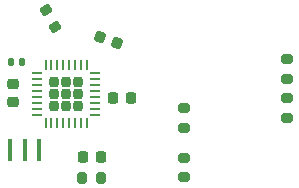
<source format=gbr>
%TF.GenerationSoftware,KiCad,Pcbnew,(6.0.0)*%
%TF.CreationDate,2022-03-25T10:47:18+03:00*%
%TF.ProjectId,SmartTap,536d6172-7454-4617-902e-6b696361645f,1*%
%TF.SameCoordinates,Original*%
%TF.FileFunction,Paste,Top*%
%TF.FilePolarity,Positive*%
%FSLAX46Y46*%
G04 Gerber Fmt 4.6, Leading zero omitted, Abs format (unit mm)*
G04 Created by KiCad (PCBNEW (6.0.0)) date 2022-03-25 10:47:18*
%MOMM*%
%LPD*%
G01*
G04 APERTURE LIST*
G04 Aperture macros list*
%AMRoundRect*
0 Rectangle with rounded corners*
0 $1 Rounding radius*
0 $2 $3 $4 $5 $6 $7 $8 $9 X,Y pos of 4 corners*
0 Add a 4 corners polygon primitive as box body*
4,1,4,$2,$3,$4,$5,$6,$7,$8,$9,$2,$3,0*
0 Add four circle primitives for the rounded corners*
1,1,$1+$1,$2,$3*
1,1,$1+$1,$4,$5*
1,1,$1+$1,$6,$7*
1,1,$1+$1,$8,$9*
0 Add four rect primitives between the rounded corners*
20,1,$1+$1,$2,$3,$4,$5,0*
20,1,$1+$1,$4,$5,$6,$7,0*
20,1,$1+$1,$6,$7,$8,$9,0*
20,1,$1+$1,$8,$9,$2,$3,0*%
G04 Aperture macros list end*
%ADD10RoundRect,0.218750X-0.218750X-0.256250X0.218750X-0.256250X0.218750X0.256250X-0.218750X0.256250X0*%
%ADD11RoundRect,0.140000X-0.140000X-0.170000X0.140000X-0.170000X0.140000X0.170000X-0.140000X0.170000X0*%
%ADD12RoundRect,0.200000X0.275000X-0.200000X0.275000X0.200000X-0.275000X0.200000X-0.275000X-0.200000X0*%
%ADD13RoundRect,0.225000X0.225000X0.250000X-0.225000X0.250000X-0.225000X-0.250000X0.225000X-0.250000X0*%
%ADD14RoundRect,0.225000X0.250000X-0.225000X0.250000X0.225000X-0.250000X0.225000X-0.250000X-0.225000X0*%
%ADD15RoundRect,0.200000X-0.200000X-0.275000X0.200000X-0.275000X0.200000X0.275000X-0.200000X0.275000X0*%
%ADD16RoundRect,0.200000X-0.338157X0.035705X-0.138157X-0.310705X0.338157X-0.035705X0.138157X0.310705X0*%
%ADD17RoundRect,0.207500X-0.207500X-0.207500X0.207500X-0.207500X0.207500X0.207500X-0.207500X0.207500X0*%
%ADD18RoundRect,0.062500X-0.375000X-0.062500X0.375000X-0.062500X0.375000X0.062500X-0.375000X0.062500X0*%
%ADD19RoundRect,0.062500X-0.062500X-0.375000X0.062500X-0.375000X0.062500X0.375000X-0.062500X0.375000X0*%
%ADD20RoundRect,0.225000X-0.296936X-0.157969X0.125926X-0.311878X0.296936X0.157969X-0.125926X0.311878X0*%
%ADD21R,0.400000X1.900000*%
G04 APERTURE END LIST*
D10*
%TO.C,D3*%
X187390794Y-121705794D03*
X188965794Y-121705794D03*
%TD*%
D11*
%TO.C,C3*%
X181323294Y-113705794D03*
X182283294Y-113705794D03*
%TD*%
D12*
%TO.C,R8*%
X195978294Y-119255794D03*
X195978294Y-117605794D03*
%TD*%
%TO.C,R9*%
X204678294Y-118430794D03*
X204678294Y-116780794D03*
%TD*%
D13*
%TO.C,C2*%
X191483294Y-116725794D03*
X189933294Y-116725794D03*
%TD*%
D14*
%TO.C,C5*%
X181478294Y-117080794D03*
X181478294Y-115530794D03*
%TD*%
D15*
%TO.C,R5*%
X187328294Y-123505794D03*
X188978294Y-123505794D03*
%TD*%
D16*
%TO.C,R4*%
X184253294Y-109305794D03*
X185078294Y-110734736D03*
%TD*%
D17*
%TO.C,U2*%
X187033294Y-115375794D03*
X184973294Y-115375794D03*
X184973294Y-116405794D03*
X187033294Y-117435794D03*
X186003294Y-117435794D03*
X186003294Y-115375794D03*
X184973294Y-117435794D03*
X186003294Y-116405794D03*
X187033294Y-116405794D03*
D18*
X183565794Y-114655794D03*
X183565794Y-115155794D03*
X183565794Y-115655794D03*
X183565794Y-116155794D03*
X183565794Y-116655794D03*
X183565794Y-117155794D03*
X183565794Y-117655794D03*
X183565794Y-118155794D03*
D19*
X184253294Y-118843294D03*
X184753294Y-118843294D03*
X185253294Y-118843294D03*
X185753294Y-118843294D03*
X186253294Y-118843294D03*
X186753294Y-118843294D03*
X187253294Y-118843294D03*
X187753294Y-118843294D03*
D18*
X188440794Y-118155794D03*
X188440794Y-117655794D03*
X188440794Y-117155794D03*
X188440794Y-116655794D03*
X188440794Y-116155794D03*
X188440794Y-115655794D03*
X188440794Y-115155794D03*
X188440794Y-114655794D03*
D19*
X187753294Y-113968294D03*
X187253294Y-113968294D03*
X186753294Y-113968294D03*
X186253294Y-113968294D03*
X185753294Y-113968294D03*
X185253294Y-113968294D03*
X184753294Y-113968294D03*
X184253294Y-113968294D03*
%TD*%
D20*
%TO.C,C6*%
X188850032Y-111540728D03*
X190306556Y-112070860D03*
%TD*%
D12*
%TO.C,R7*%
X195978294Y-123430794D03*
X195978294Y-121780794D03*
%TD*%
D21*
%TO.C,Y1*%
X183678294Y-121105794D03*
X182478294Y-121105794D03*
X181278294Y-121105794D03*
%TD*%
D12*
%TO.C,R10*%
X204678294Y-115105794D03*
X204678294Y-113455794D03*
%TD*%
M02*

</source>
